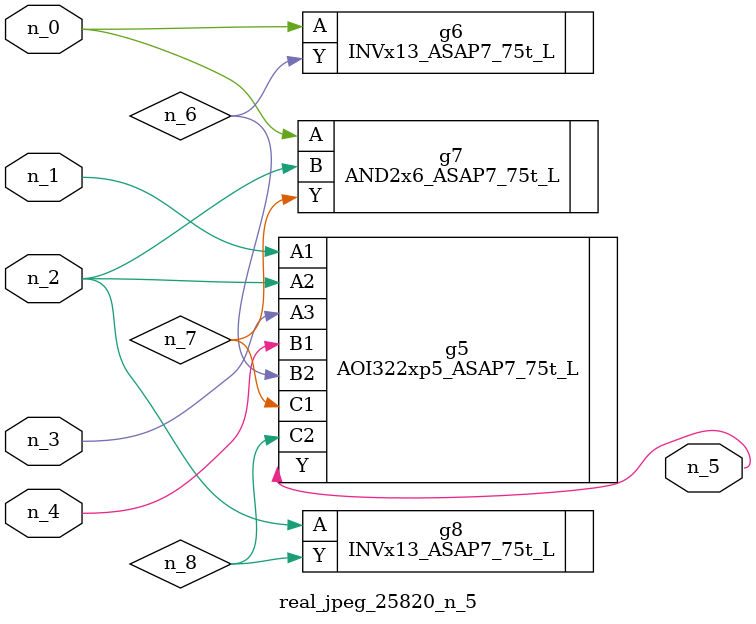
<source format=v>
module real_jpeg_25820_n_5 (n_4, n_0, n_1, n_2, n_3, n_5);

input n_4;
input n_0;
input n_1;
input n_2;
input n_3;

output n_5;

wire n_8;
wire n_6;
wire n_7;

INVx13_ASAP7_75t_L g6 ( 
.A(n_0),
.Y(n_6)
);

AND2x6_ASAP7_75t_L g7 ( 
.A(n_0),
.B(n_2),
.Y(n_7)
);

AOI322xp5_ASAP7_75t_L g5 ( 
.A1(n_1),
.A2(n_2),
.A3(n_3),
.B1(n_4),
.B2(n_6),
.C1(n_7),
.C2(n_8),
.Y(n_5)
);

INVx13_ASAP7_75t_L g8 ( 
.A(n_2),
.Y(n_8)
);


endmodule
</source>
